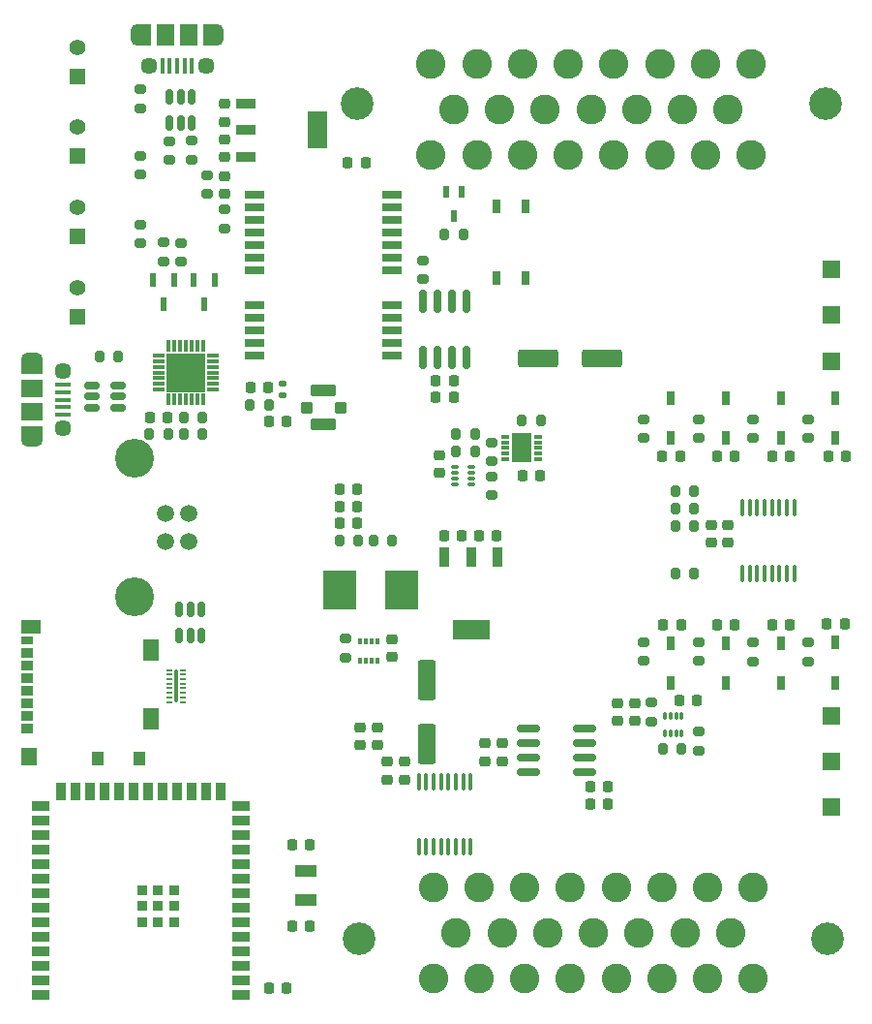
<source format=gbr>
%TF.GenerationSoftware,KiCad,Pcbnew,9.0.2*%
%TF.CreationDate,2025-06-15T01:14:31-07:00*%
%TF.ProjectId,SDM26LoggerV3.3,53444d32-364c-46f6-9767-657256332e33,rev?*%
%TF.SameCoordinates,Original*%
%TF.FileFunction,Soldermask,Top*%
%TF.FilePolarity,Negative*%
%FSLAX46Y46*%
G04 Gerber Fmt 4.6, Leading zero omitted, Abs format (unit mm)*
G04 Created by KiCad (PCBNEW 9.0.2) date 2025-06-15 01:14:31*
%MOMM*%
%LPD*%
G01*
G04 APERTURE LIST*
G04 Aperture macros list*
%AMRoundRect*
0 Rectangle with rounded corners*
0 $1 Rounding radius*
0 $2 $3 $4 $5 $6 $7 $8 $9 X,Y pos of 4 corners*
0 Add a 4 corners polygon primitive as box body*
4,1,4,$2,$3,$4,$5,$6,$7,$8,$9,$2,$3,0*
0 Add four circle primitives for the rounded corners*
1,1,$1+$1,$2,$3*
1,1,$1+$1,$4,$5*
1,1,$1+$1,$6,$7*
1,1,$1+$1,$8,$9*
0 Add four rect primitives between the rounded corners*
20,1,$1+$1,$2,$3,$4,$5,0*
20,1,$1+$1,$4,$5,$6,$7,0*
20,1,$1+$1,$6,$7,$8,$9,0*
20,1,$1+$1,$8,$9,$2,$3,0*%
G04 Aperture macros list end*
%ADD10RoundRect,0.225000X0.225000X0.250000X-0.225000X0.250000X-0.225000X-0.250000X0.225000X-0.250000X0*%
%ADD11RoundRect,0.225000X0.250000X-0.225000X0.250000X0.225000X-0.250000X0.225000X-0.250000X-0.225000X0*%
%ADD12RoundRect,0.075000X0.075000X-0.260000X0.075000X0.260000X-0.075000X0.260000X-0.075000X-0.260000X0*%
%ADD13RoundRect,0.200000X0.200000X0.275000X-0.200000X0.275000X-0.200000X-0.275000X0.200000X-0.275000X0*%
%ADD14RoundRect,0.200000X-0.275000X0.200000X-0.275000X-0.200000X0.275000X-0.200000X0.275000X0.200000X0*%
%ADD15R,2.950000X3.500000*%
%ADD16R,1.500000X1.500000*%
%ADD17RoundRect,0.200000X-0.200000X-0.275000X0.200000X-0.275000X0.200000X0.275000X-0.200000X0.275000X0*%
%ADD18R,1.350000X0.400000*%
%ADD19O,1.900000X1.200000*%
%ADD20R,1.900000X1.200000*%
%ADD21C,1.450000*%
%ADD22R,1.900000X1.500000*%
%ADD23R,1.100000X0.850000*%
%ADD24R,1.100000X0.750000*%
%ADD25R,1.000000X1.200000*%
%ADD26R,1.350000X1.550000*%
%ADD27R,1.350000X1.900000*%
%ADD28R,1.800000X1.170000*%
%ADD29RoundRect,0.150000X0.150000X-0.512500X0.150000X0.512500X-0.150000X0.512500X-0.150000X-0.512500X0*%
%ADD30R,1.000000X0.300000*%
%ADD31R,0.300000X1.000000*%
%ADD32R,3.350000X3.350000*%
%ADD33C,1.500000*%
%ADD34C,3.400000*%
%ADD35R,1.800000X0.800000*%
%ADD36R,0.300000X0.475000*%
%ADD37R,1.416000X1.416000*%
%ADD38C,1.416000*%
%ADD39RoundRect,0.250000X1.500000X0.550000X-1.500000X0.550000X-1.500000X-0.550000X1.500000X-0.550000X0*%
%ADD40RoundRect,0.100000X0.100000X-0.637500X0.100000X0.637500X-0.100000X0.637500X-0.100000X-0.637500X0*%
%ADD41R,1.500000X0.900000*%
%ADD42R,0.900000X1.500000*%
%ADD43R,0.900000X0.900000*%
%ADD44R,0.800000X1.150000*%
%ADD45RoundRect,0.150000X-0.825000X-0.150000X0.825000X-0.150000X0.825000X0.150000X-0.825000X0.150000X0*%
%ADD46RoundRect,0.225000X-0.225000X-0.250000X0.225000X-0.250000X0.225000X0.250000X-0.225000X0.250000X0*%
%ADD47RoundRect,0.225000X-0.250000X0.225000X-0.250000X-0.225000X0.250000X-0.225000X0.250000X0.225000X0*%
%ADD48R,0.950000X1.750000*%
%ADD49R,3.250000X1.750000*%
%ADD50R,0.700000X0.300000*%
%ADD51R,1.750000X2.500000*%
%ADD52RoundRect,0.200000X0.275000X-0.200000X0.275000X0.200000X-0.275000X0.200000X-0.275000X-0.200000X0*%
%ADD53RoundRect,0.050000X0.285000X0.100000X-0.285000X0.100000X-0.285000X-0.100000X0.285000X-0.100000X0*%
%ADD54C,2.844800*%
%ADD55C,2.600000*%
%ADD56R,1.750000X0.950000*%
%ADD57R,1.750000X3.250000*%
%ADD58R,0.600000X1.250000*%
%ADD59RoundRect,0.100000X0.400000X-0.400000X0.400000X0.400000X-0.400000X0.400000X-0.400000X-0.400000X0*%
%ADD60RoundRect,0.105000X0.995000X-0.420000X0.995000X0.420000X-0.995000X0.420000X-0.995000X-0.420000X0*%
%ADD61RoundRect,0.050000X0.175000X0.050000X-0.175000X0.050000X-0.175000X-0.050000X0.175000X-0.050000X0*%
%ADD62RoundRect,0.075000X0.075000X1.325000X-0.075000X1.325000X-0.075000X-1.325000X0.075000X-1.325000X0*%
%ADD63RoundRect,0.150000X0.512500X0.150000X-0.512500X0.150000X-0.512500X-0.150000X0.512500X-0.150000X0*%
%ADD64R,0.400000X1.350000*%
%ADD65O,1.200000X1.900000*%
%ADD66R,1.200000X1.900000*%
%ADD67R,1.500000X1.900000*%
%ADD68RoundRect,0.150000X0.150000X-0.825000X0.150000X0.825000X-0.150000X0.825000X-0.150000X-0.825000X0*%
%ADD69RoundRect,0.147500X-0.172500X0.147500X-0.172500X-0.147500X0.172500X-0.147500X0.172500X0.147500X0*%
%ADD70R,0.500000X1.050000*%
%ADD71R,1.900000X1.100000*%
%ADD72RoundRect,0.250000X-0.550000X1.500000X-0.550000X-1.500000X0.550000X-1.500000X0.550000X1.500000X0*%
%ADD73R,0.800000X1.200000*%
G04 APERTURE END LIST*
D10*
%TO.C,C18*%
X127875000Y-103200000D03*
X126325000Y-103200000D03*
%TD*%
D11*
%TO.C,C2*%
X122100000Y-136575000D03*
X122100000Y-135025000D03*
%TD*%
D12*
%TO.C,U6*%
X146340000Y-132540000D03*
X146840000Y-132540000D03*
X147340000Y-132540000D03*
X147840000Y-132540000D03*
X147840000Y-131060000D03*
X147340000Y-131060000D03*
X146840000Y-131060000D03*
X146340000Y-131060000D03*
%TD*%
D13*
%TO.C,R30*%
X111725000Y-103800000D03*
X110075000Y-103800000D03*
%TD*%
D14*
%TO.C,R4*%
X100500000Y-88075000D03*
X100500000Y-89725000D03*
%TD*%
D15*
%TO.C,L1*%
X117875000Y-120000000D03*
X123325000Y-120000000D03*
%TD*%
D16*
%TO.C,TP4*%
X160900000Y-131000000D03*
%TD*%
D17*
%TO.C,R18*%
X146175000Y-133900000D03*
X147825000Y-133900000D03*
%TD*%
D10*
%TO.C,C37*%
X157275000Y-123100000D03*
X155725000Y-123100000D03*
%TD*%
D13*
%TO.C,R24*%
X148925000Y-111400000D03*
X147275000Y-111400000D03*
%TD*%
D18*
%TO.C,J2*%
X93662500Y-102100000D03*
X93662500Y-102750000D03*
X93662500Y-103400000D03*
X93662500Y-104050000D03*
X93662500Y-104700000D03*
D19*
X90962500Y-99900000D03*
D20*
X90962500Y-100500000D03*
D21*
X93662500Y-100900000D03*
D22*
X90962500Y-102400000D03*
X90962500Y-104400000D03*
D21*
X93662500Y-105900000D03*
D20*
X90962500Y-106300000D03*
D19*
X90962500Y-106900000D03*
%TD*%
D10*
%TO.C,C16*%
X128600000Y-115300000D03*
X127050000Y-115300000D03*
%TD*%
D16*
%TO.C,TP6*%
X160900000Y-92000000D03*
%TD*%
D23*
%TO.C,J4*%
X90570000Y-132100000D03*
X90570000Y-131000000D03*
X90570000Y-129900000D03*
X90570000Y-128800000D03*
X90570000Y-127700000D03*
X90570000Y-126600000D03*
X90570000Y-125500000D03*
D24*
X90570000Y-124450000D03*
D25*
X96720000Y-134735000D03*
X100420000Y-134735000D03*
D26*
X90695000Y-134560000D03*
D27*
X101395000Y-131235000D03*
X101395000Y-125265000D03*
D28*
X90920000Y-123240000D03*
%TD*%
D13*
%TO.C,R14*%
X128725000Y-88900000D03*
X127075000Y-88900000D03*
%TD*%
D29*
%TO.C,U5*%
X103050000Y-79175000D03*
X104000000Y-79175000D03*
X104950000Y-79175000D03*
X104950000Y-76900000D03*
X104000000Y-76900000D03*
X103050000Y-76900000D03*
%TD*%
D14*
%TO.C,R2*%
X104000000Y-89675000D03*
X104000000Y-91325000D03*
%TD*%
D30*
%TO.C,IC2*%
X102100000Y-99510000D03*
X102100000Y-100010000D03*
X102100000Y-100510000D03*
X102100000Y-101010000D03*
X102100000Y-101510000D03*
X102100000Y-102010000D03*
X102100000Y-102510000D03*
D31*
X102950000Y-103360000D03*
X103450000Y-103360000D03*
X103950000Y-103360000D03*
X104450000Y-103360000D03*
X104950000Y-103360000D03*
X105450000Y-103360000D03*
X105950000Y-103360000D03*
D30*
X106800000Y-102510000D03*
X106800000Y-102010000D03*
X106800000Y-101510000D03*
X106800000Y-101010000D03*
X106800000Y-100510000D03*
X106800000Y-100010000D03*
X106800000Y-99510000D03*
D31*
X105950000Y-98660000D03*
X105450000Y-98660000D03*
X104950000Y-98660000D03*
X104450000Y-98660000D03*
X103950000Y-98660000D03*
X103450000Y-98660000D03*
X102950000Y-98660000D03*
D32*
X104450000Y-101010000D03*
%TD*%
D33*
%TO.C,J1*%
X104677500Y-115800000D03*
X104677500Y-113300000D03*
X102677500Y-113300000D03*
X102677500Y-115800000D03*
D34*
X99967500Y-108530000D03*
X99967500Y-120570000D03*
%TD*%
D35*
%TO.C,IC7*%
X110500000Y-85500000D03*
X110500000Y-86600000D03*
X110500000Y-87700000D03*
X110500000Y-88800000D03*
X110500000Y-89900000D03*
X110500000Y-91000000D03*
X110500000Y-92100000D03*
X110500000Y-95100000D03*
X110500000Y-96200000D03*
X110500000Y-97300000D03*
X110500000Y-98400000D03*
X110500000Y-99500000D03*
X122500000Y-99500000D03*
X122500000Y-98400000D03*
X122500000Y-97300000D03*
X122500000Y-96200000D03*
X122500000Y-95100000D03*
X122500000Y-92100000D03*
X122500000Y-91000000D03*
X122500000Y-89900000D03*
X122500000Y-88800000D03*
X122500000Y-87700000D03*
X122500000Y-86600000D03*
X122500000Y-85500000D03*
%TD*%
D36*
%TO.C,IC4*%
X119700000Y-126200000D03*
X120200000Y-126200000D03*
X120700000Y-126200000D03*
X121200000Y-126200000D03*
X121200000Y-124524000D03*
X120700000Y-124524000D03*
X120200000Y-124524000D03*
X119700000Y-124524000D03*
%TD*%
D14*
%TO.C,R28*%
X154100000Y-105075000D03*
X154100000Y-106725000D03*
%TD*%
D37*
%TO.C,LED3*%
X95000000Y-75100000D03*
D38*
X95000000Y-72560000D03*
%TD*%
D39*
%TO.C,C5*%
X140900000Y-99800000D03*
X135300000Y-99800000D03*
%TD*%
D40*
%TO.C,U1*%
X124825000Y-142462500D03*
X125475000Y-142462500D03*
X126125000Y-142462500D03*
X126775000Y-142462500D03*
X127425000Y-142462500D03*
X128075000Y-142462500D03*
X128725000Y-142462500D03*
X129375000Y-142462500D03*
X129375000Y-136737500D03*
X128725000Y-136737500D03*
X128075000Y-136737500D03*
X127425000Y-136737500D03*
X126775000Y-136737500D03*
X126125000Y-136737500D03*
X125475000Y-136737500D03*
X124825000Y-136737500D03*
%TD*%
D13*
%TO.C,R13*%
X102925000Y-106400000D03*
X101275000Y-106400000D03*
%TD*%
D11*
%TO.C,C11*%
X119700000Y-133575000D03*
X119700000Y-132025000D03*
%TD*%
D14*
%TO.C,R38*%
X131200000Y-107100000D03*
X131200000Y-108750000D03*
%TD*%
D41*
%TO.C,IC1*%
X109250000Y-155360000D03*
X109250000Y-154090000D03*
X109250000Y-152820000D03*
X109250000Y-151550000D03*
X109250000Y-150280000D03*
X109250000Y-149010000D03*
X109250000Y-147740000D03*
X109250000Y-146470000D03*
X109250000Y-145200000D03*
X109250000Y-143930000D03*
X109250000Y-142660000D03*
X109250000Y-141390000D03*
X109250000Y-140120000D03*
X109250000Y-138850000D03*
D42*
X107485000Y-137600000D03*
X106215000Y-137600000D03*
X104945000Y-137600000D03*
X103675000Y-137600000D03*
X102405000Y-137600000D03*
X101135000Y-137600000D03*
X99865000Y-137600000D03*
X98595000Y-137600000D03*
X97325000Y-137600000D03*
X96055000Y-137600000D03*
X94785000Y-137600000D03*
X93515000Y-137600000D03*
D41*
X91750000Y-138850000D03*
X91750000Y-140120000D03*
X91750000Y-141390000D03*
X91750000Y-142660000D03*
X91750000Y-143930000D03*
X91750000Y-145200000D03*
X91750000Y-146470000D03*
X91750000Y-147740000D03*
X91750000Y-149010000D03*
X91750000Y-150280000D03*
X91750000Y-151550000D03*
X91750000Y-152820000D03*
X91750000Y-154090000D03*
X91750000Y-155360000D03*
D43*
X102000000Y-147640000D03*
X102000000Y-149040000D03*
X103400000Y-149040000D03*
X103400000Y-147640000D03*
X103400000Y-146240000D03*
X102000000Y-146240000D03*
X100600000Y-146240000D03*
X100600000Y-147640000D03*
X100600000Y-149040000D03*
%TD*%
D14*
%TO.C,R37*%
X144500000Y-105075000D03*
X144500000Y-106725000D03*
%TD*%
D17*
%TO.C,R23*%
X147275000Y-118600000D03*
X148925000Y-118600000D03*
%TD*%
D44*
%TO.C,D7*%
X151700000Y-103250000D03*
X151700000Y-106750000D03*
%TD*%
D45*
%TO.C,U8*%
X134425000Y-132095000D03*
X134425000Y-133365000D03*
X134425000Y-134635000D03*
X134425000Y-135905000D03*
X139375000Y-135905000D03*
X139375000Y-134635000D03*
X139375000Y-133365000D03*
X139375000Y-132095000D03*
%TD*%
D11*
%TO.C,C10*%
X121200000Y-133575000D03*
X121200000Y-132025000D03*
%TD*%
D46*
%TO.C,C42*%
X146125000Y-108300000D03*
X147675000Y-108300000D03*
%TD*%
D14*
%TO.C,R15*%
X103000000Y-80775000D03*
X103000000Y-82425000D03*
%TD*%
%TO.C,R1*%
X102500000Y-89650000D03*
X102500000Y-91300000D03*
%TD*%
D47*
%TO.C,C26*%
X143700000Y-129925000D03*
X143700000Y-131475000D03*
%TD*%
D16*
%TO.C,TP2*%
X160900000Y-135000000D03*
%TD*%
D48*
%TO.C,IC3*%
X131700000Y-117150000D03*
X129400000Y-117150000D03*
X127100000Y-117150000D03*
D49*
X129400000Y-123450000D03*
%TD*%
D46*
%TO.C,C20*%
X147625000Y-129700000D03*
X149175000Y-129700000D03*
%TD*%
D14*
%TO.C,R20*%
X149300000Y-132375000D03*
X149300000Y-134025000D03*
%TD*%
D50*
%TO.C,IC8*%
X132400000Y-106600000D03*
X132400000Y-107100000D03*
X132400000Y-107600000D03*
X132400000Y-108100000D03*
X132400000Y-108600000D03*
X135300000Y-108600000D03*
X135300000Y-108100000D03*
X135300000Y-107600000D03*
X135300000Y-107100000D03*
X135300000Y-106600000D03*
D51*
X133850000Y-107600000D03*
%TD*%
D37*
%TO.C,LED4*%
X95000000Y-82100000D03*
D38*
X95000000Y-79560000D03*
%TD*%
D46*
%TO.C,C14*%
X117925000Y-114200000D03*
X119475000Y-114200000D03*
%TD*%
D17*
%TO.C,R9*%
X117875000Y-115700000D03*
X119525000Y-115700000D03*
%TD*%
D11*
%TO.C,C4*%
X126600000Y-109775000D03*
X126600000Y-108225000D03*
%TD*%
D52*
%TO.C,R27*%
X149300000Y-126225000D03*
X149300000Y-124575000D03*
%TD*%
D10*
%TO.C,C7*%
X115275000Y-142300000D03*
X113725000Y-142300000D03*
%TD*%
D13*
%TO.C,R8*%
X98525000Y-99600000D03*
X96875000Y-99600000D03*
%TD*%
D10*
%TO.C,C43*%
X135475000Y-110000000D03*
X133925000Y-110000000D03*
%TD*%
D53*
%TO.C,U3*%
X129440000Y-110750000D03*
X129440000Y-110250000D03*
X129440000Y-109750000D03*
X129440000Y-109250000D03*
X127960000Y-109250000D03*
X127960000Y-109750000D03*
X127960000Y-110250000D03*
X127960000Y-110750000D03*
%TD*%
D44*
%TO.C,D2*%
X146900000Y-128150000D03*
X146900000Y-124650000D03*
%TD*%
D17*
%TO.C,R26*%
X147275000Y-112900000D03*
X148925000Y-112900000D03*
%TD*%
D11*
%TO.C,C31*%
X107820818Y-79075280D03*
X107820818Y-77525280D03*
%TD*%
D16*
%TO.C,TP1*%
X160900000Y-100000000D03*
%TD*%
D47*
%TO.C,C22*%
X132100000Y-133425000D03*
X132100000Y-134975000D03*
%TD*%
D10*
%TO.C,C24*%
X141375000Y-138700000D03*
X139825000Y-138700000D03*
%TD*%
%TO.C,C29*%
X147775000Y-123100000D03*
X146225000Y-123100000D03*
%TD*%
D54*
%TO.C,J5*%
X119400005Y-77500115D03*
X160399999Y-77500115D03*
D55*
X153899999Y-82000000D03*
X149900000Y-82000000D03*
X145900000Y-82000000D03*
X141900000Y-82000000D03*
X137900001Y-82000000D03*
X133900001Y-82000000D03*
X129900002Y-82000000D03*
X125900002Y-82000000D03*
X151900001Y-78000000D03*
X147900001Y-78000000D03*
X143900001Y-78000000D03*
X139900002Y-78000000D03*
X135900002Y-78000000D03*
X131900003Y-78000000D03*
X127900003Y-78000000D03*
X153899999Y-74000000D03*
X149900000Y-74000000D03*
X145900000Y-74000000D03*
X141900000Y-74000000D03*
X137900001Y-74000000D03*
X133900001Y-74000000D03*
X129900002Y-74000000D03*
X125900002Y-74000000D03*
%TD*%
D52*
%TO.C,R31*%
X154100000Y-126250000D03*
X154100000Y-124600000D03*
%TD*%
D46*
%TO.C,C40*%
X118625000Y-82700000D03*
X120175000Y-82700000D03*
%TD*%
D40*
%TO.C,U9*%
X153125000Y-118562500D03*
X153775000Y-118562500D03*
X154425000Y-118562500D03*
X155075000Y-118562500D03*
X155725000Y-118562500D03*
X156375000Y-118562500D03*
X157025000Y-118562500D03*
X157675000Y-118562500D03*
X157675000Y-112837500D03*
X157025000Y-112837500D03*
X156375000Y-112837500D03*
X155725000Y-112837500D03*
X155075000Y-112837500D03*
X154425000Y-112837500D03*
X153775000Y-112837500D03*
X153125000Y-112837500D03*
%TD*%
D46*
%TO.C,C38*%
X150925000Y-108300000D03*
X152475000Y-108300000D03*
%TD*%
D17*
%TO.C,R5*%
X128075000Y-107900000D03*
X129725000Y-107900000D03*
%TD*%
D10*
%TO.C,C41*%
X162075000Y-123000000D03*
X160525000Y-123000000D03*
%TD*%
D17*
%TO.C,R12*%
X104275000Y-104900000D03*
X105925000Y-104900000D03*
%TD*%
D14*
%TO.C,R32*%
X149300000Y-105075000D03*
X149300000Y-106725000D03*
%TD*%
D56*
%TO.C,IC6*%
X109700818Y-77530280D03*
X109700818Y-79830280D03*
X109700818Y-82130280D03*
D57*
X116000818Y-79830280D03*
%TD*%
D52*
%TO.C,R33*%
X106300000Y-85425000D03*
X106300000Y-83775000D03*
%TD*%
D29*
%TO.C,U2*%
X103900000Y-123975000D03*
X104850000Y-123975000D03*
X105800000Y-123975000D03*
X105800000Y-121700000D03*
X104850000Y-121700000D03*
X103900000Y-121700000D03*
%TD*%
D47*
%TO.C,C28*%
X151900000Y-114325000D03*
X151900000Y-115875000D03*
%TD*%
%TO.C,C27*%
X150400000Y-114325000D03*
X150400000Y-115875000D03*
%TD*%
D58*
%TO.C,Q1*%
X107005000Y-92900000D03*
X105095000Y-92900000D03*
X106050000Y-95000000D03*
%TD*%
D52*
%TO.C,R34*%
X100500000Y-83725000D03*
X100500000Y-82075000D03*
%TD*%
%TO.C,R21*%
X144500000Y-126225000D03*
X144500000Y-124575000D03*
%TD*%
D37*
%TO.C,LED2*%
X95000000Y-96100000D03*
D38*
X95000000Y-93560000D03*
%TD*%
D59*
%TO.C,AE1*%
X115000000Y-104075000D03*
D60*
X116500000Y-102600000D03*
D59*
X118000000Y-104075000D03*
D60*
X116500000Y-105550000D03*
%TD*%
D61*
%TO.C,U10*%
X104175000Y-129800000D03*
X104175000Y-129400000D03*
X104175000Y-129000000D03*
X104175000Y-128600000D03*
X104175000Y-128200000D03*
X104175000Y-127800000D03*
X104175000Y-127400000D03*
X104175000Y-127000000D03*
X103025000Y-127000000D03*
X103025000Y-127400000D03*
X103025000Y-127800000D03*
X103025000Y-128200000D03*
X103025000Y-128600000D03*
X103025000Y-129000000D03*
X103025000Y-129400000D03*
X103025000Y-129800000D03*
D62*
X103600000Y-128400000D03*
%TD*%
D63*
%TO.C,U4*%
X98547500Y-104060000D03*
X98547500Y-103110000D03*
X98547500Y-102160000D03*
X96272500Y-102160000D03*
X96272500Y-103110000D03*
X96272500Y-104060000D03*
%TD*%
D44*
%TO.C,D4*%
X151700000Y-128150000D03*
X151700000Y-124650000D03*
%TD*%
D14*
%TO.C,R29*%
X100500000Y-76275000D03*
X100500000Y-77925000D03*
%TD*%
D52*
%TO.C,R16*%
X104950000Y-82400000D03*
X104950000Y-80750000D03*
%TD*%
D17*
%TO.C,R25*%
X147275000Y-114400000D03*
X148925000Y-114400000D03*
%TD*%
D44*
%TO.C,D8*%
X161300000Y-128100000D03*
X161300000Y-124600000D03*
%TD*%
D10*
%TO.C,C33*%
X152475000Y-123100000D03*
X150925000Y-123100000D03*
%TD*%
D64*
%TO.C,J3*%
X105000000Y-74200000D03*
X104350000Y-74200000D03*
X103700000Y-74200000D03*
X103050000Y-74200000D03*
X102400000Y-74200000D03*
D65*
X107200000Y-71500000D03*
D66*
X106600000Y-71500000D03*
D21*
X106200000Y-74200000D03*
D67*
X104700000Y-71500000D03*
X102700000Y-71500000D03*
D21*
X101200000Y-74200000D03*
D66*
X100800000Y-71500000D03*
D65*
X100200000Y-71500000D03*
%TD*%
D44*
%TO.C,D9*%
X146900000Y-103250000D03*
X146900000Y-106750000D03*
%TD*%
%TO.C,D6*%
X156500000Y-128150000D03*
X156500000Y-124650000D03*
%TD*%
%TO.C,D3*%
X161300000Y-103250000D03*
X161300000Y-106750000D03*
%TD*%
D47*
%TO.C,C39*%
X107800000Y-83825000D03*
X107800000Y-85375000D03*
%TD*%
D17*
%TO.C,R10*%
X120875000Y-115700000D03*
X122525000Y-115700000D03*
%TD*%
D11*
%TO.C,C32*%
X107800000Y-82175000D03*
X107800000Y-80625000D03*
%TD*%
D68*
%TO.C,U7*%
X125214500Y-99707500D03*
X126484500Y-99707500D03*
X127754500Y-99707500D03*
X129024500Y-99707500D03*
X129024500Y-94757500D03*
X127754500Y-94757500D03*
X126484500Y-94757500D03*
X125214500Y-94757500D03*
%TD*%
D14*
%TO.C,R22*%
X158900000Y-105075000D03*
X158900000Y-106725000D03*
%TD*%
D10*
%TO.C,C1*%
X113275000Y-154800000D03*
X111725000Y-154800000D03*
%TD*%
D52*
%TO.C,R3*%
X131200000Y-111725000D03*
X131200000Y-110075000D03*
%TD*%
D58*
%TO.C,Q2*%
X103455000Y-92900000D03*
X101545000Y-92900000D03*
X102500000Y-95000000D03*
%TD*%
D14*
%TO.C,R17*%
X125224500Y-91197500D03*
X125224500Y-92847500D03*
%TD*%
D69*
%TO.C,L2*%
X112900000Y-102015000D03*
X112900000Y-102985000D03*
%TD*%
D46*
%TO.C,C35*%
X110125000Y-102300000D03*
X111675000Y-102300000D03*
%TD*%
D10*
%TO.C,C17*%
X102875000Y-104900000D03*
X101325000Y-104900000D03*
%TD*%
D70*
%TO.C,D1*%
X128550000Y-85250000D03*
X127250000Y-85250000D03*
X127900000Y-87350000D03*
%TD*%
D16*
%TO.C,TP3*%
X160900000Y-139000000D03*
%TD*%
D10*
%TO.C,C6*%
X115275000Y-149400000D03*
X113725000Y-149400000D03*
%TD*%
D52*
%TO.C,R36*%
X158900000Y-126250000D03*
X158900000Y-124600000D03*
%TD*%
D47*
%TO.C,C21*%
X130600000Y-133425000D03*
X130600000Y-134975000D03*
%TD*%
D16*
%TO.C,TP5*%
X160900000Y-96000000D03*
%TD*%
D11*
%TO.C,C3*%
X123600000Y-136575000D03*
X123600000Y-135025000D03*
%TD*%
D47*
%TO.C,C13*%
X122500000Y-124325000D03*
X122500000Y-125875000D03*
%TD*%
D52*
%TO.C,R7*%
X118400000Y-125925000D03*
X118400000Y-124275000D03*
%TD*%
D17*
%TO.C,R11*%
X104275000Y-106400000D03*
X105925000Y-106400000D03*
%TD*%
%TO.C,R39*%
X133850000Y-105200000D03*
X135500000Y-105200000D03*
%TD*%
D71*
%TO.C,Y1*%
X114950000Y-147080000D03*
X114950000Y-144580000D03*
%TD*%
D72*
%TO.C,C8*%
X125500000Y-127900000D03*
X125500000Y-133500000D03*
%TD*%
D46*
%TO.C,C9*%
X117925000Y-111200000D03*
X119475000Y-111200000D03*
%TD*%
D10*
%TO.C,C23*%
X141375000Y-137200000D03*
X139825000Y-137200000D03*
%TD*%
D46*
%TO.C,C15*%
X117925000Y-112700000D03*
X119475000Y-112700000D03*
%TD*%
D54*
%TO.C,J6*%
X160599995Y-150499885D03*
X119600001Y-150499885D03*
D55*
X126100001Y-146000000D03*
X130100000Y-146000000D03*
X134100000Y-146000000D03*
X138100000Y-146000000D03*
X142099999Y-146000000D03*
X146099999Y-146000000D03*
X150099998Y-146000000D03*
X154099998Y-146000000D03*
X128099999Y-150000000D03*
X132099999Y-150000000D03*
X136099999Y-150000000D03*
X140099998Y-150000000D03*
X144099998Y-150000000D03*
X148099997Y-150000000D03*
X152099997Y-150000000D03*
X126100001Y-154000000D03*
X130100000Y-154000000D03*
X134100000Y-154000000D03*
X138100000Y-154000000D03*
X142099999Y-154000000D03*
X146099999Y-154000000D03*
X150099998Y-154000000D03*
X154099998Y-154000000D03*
%TD*%
D14*
%TO.C,R35*%
X107800000Y-86775000D03*
X107800000Y-88425000D03*
%TD*%
D10*
%TO.C,C19*%
X127875000Y-101700000D03*
X126325000Y-101700000D03*
%TD*%
D46*
%TO.C,C34*%
X155750000Y-108300000D03*
X157300000Y-108300000D03*
%TD*%
D13*
%TO.C,R6*%
X129725000Y-106400000D03*
X128075000Y-106400000D03*
%TD*%
D37*
%TO.C,LED1*%
X95000000Y-89100000D03*
D38*
X95000000Y-86560000D03*
%TD*%
D46*
%TO.C,C12*%
X130100000Y-115300000D03*
X131650000Y-115300000D03*
%TD*%
D73*
%TO.C,IC5*%
X131630000Y-92775000D03*
X134170000Y-92775000D03*
X134170000Y-86475000D03*
X131630000Y-86475000D03*
%TD*%
D46*
%TO.C,C30*%
X160650000Y-108300000D03*
X162200000Y-108300000D03*
%TD*%
D47*
%TO.C,C25*%
X142200000Y-129925000D03*
X142200000Y-131475000D03*
%TD*%
D52*
%TO.C,R19*%
X145200000Y-131525000D03*
X145200000Y-129875000D03*
%TD*%
D10*
%TO.C,C36*%
X113275000Y-105300000D03*
X111725000Y-105300000D03*
%TD*%
D44*
%TO.C,D5*%
X156500000Y-103250000D03*
X156500000Y-106750000D03*
%TD*%
M02*

</source>
